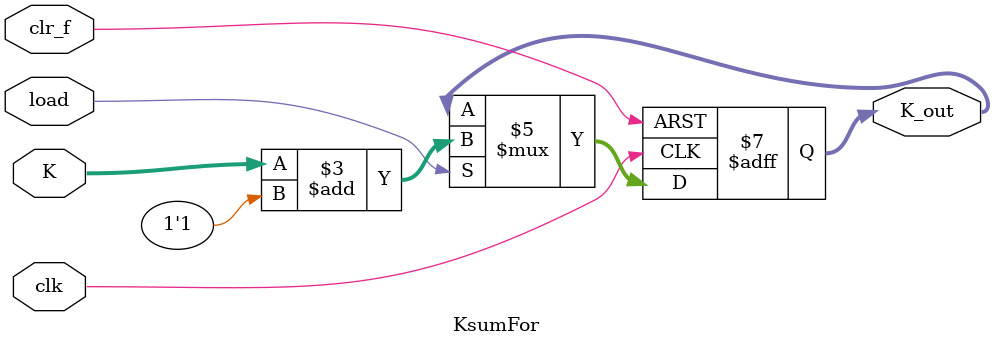
<source format=sv>
module KsumFor 
(
	input clk,	
   input clr_f,
   input load,
   input reg [5:0] K,     
	output reg [5:0] K_out
   
	
);

always@ (posedge clk, negedge clr_f) begin

   if (!clr_f) begin
      K_out <= 6'b000000;
   end 
   else if (load) begin 
      K_out <= K + 1'b1;
   end
   
  else 
      K_out <= K_out;   
end 

endmodule 
</source>
